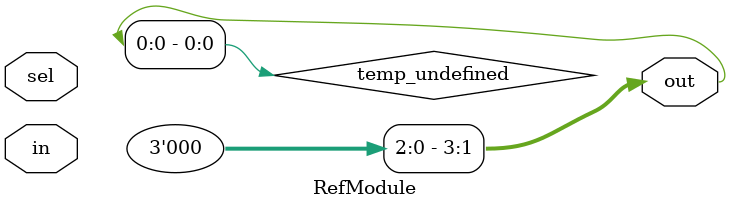
<source format=sv>

module RefModule (
  input [1023:0] in,
  input [7:0] sel,
  output [3:0] out
);

  assign out = temp_undefined;

endmodule


</source>
